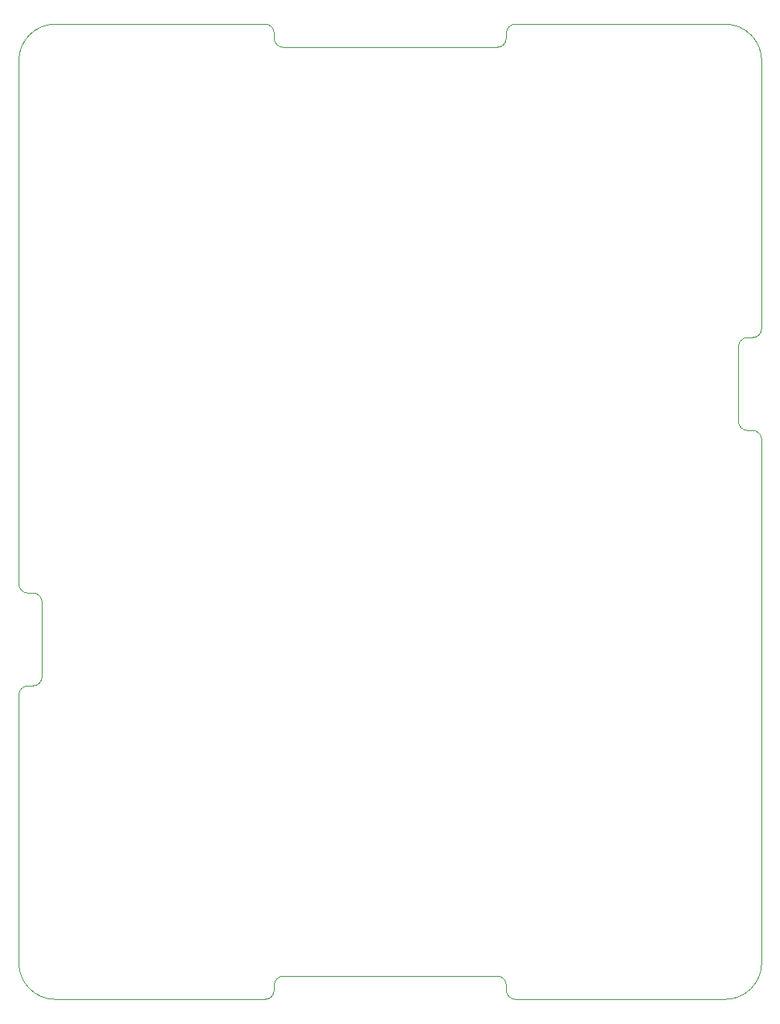
<source format=gbr>
%TF.GenerationSoftware,KiCad,Pcbnew,9.0.5*%
%TF.CreationDate,2025-11-08T13:27:31+01:00*%
%TF.ProjectId,BaseBoard,42617365-426f-4617-9264-2e6b69636164,v0.1*%
%TF.SameCoordinates,Original*%
%TF.FileFunction,Profile,NP*%
%FSLAX46Y46*%
G04 Gerber Fmt 4.6, Leading zero omitted, Abs format (unit mm)*
G04 Created by KiCad (PCBNEW 9.0.5) date 2025-11-08 13:27:31*
%MOMM*%
%LPD*%
G01*
G04 APERTURE LIST*
%TA.AperFunction,Profile*%
%ADD10C,0.050000*%
%TD*%
G04 APERTURE END LIST*
D10*
X122920000Y-81280000D02*
X123460000Y-81280000D01*
X148860000Y-125730000D02*
X125920000Y-125730000D01*
X174260000Y-123190000D02*
G75*
G02*
X175260000Y-124190000I0J-1000000D01*
G01*
X201660000Y-63500000D02*
G75*
G02*
X200660000Y-62500000I0J1000000D01*
G01*
X149860000Y-124190000D02*
X149860000Y-124730000D01*
X202200000Y-53340000D02*
X201660000Y-53340000D01*
X121920000Y-121730000D02*
X121920000Y-92440000D01*
X149860000Y-124730000D02*
G75*
G02*
X148860000Y-125730000I-1000000J0D01*
G01*
X149860000Y-20050000D02*
X149860000Y-20590000D01*
X122920000Y-81280000D02*
G75*
G02*
X121920000Y-80280000I0J1000000D01*
G01*
X149860000Y-124190000D02*
G75*
G02*
X150860000Y-123190000I1000000J0D01*
G01*
X124460000Y-90440000D02*
G75*
G02*
X123460000Y-91440000I-1000000J0D01*
G01*
X122920000Y-91440000D02*
X123460000Y-91440000D01*
X174260000Y-123190000D02*
X150860000Y-123190000D01*
X175260000Y-20590000D02*
G75*
G02*
X174260000Y-21590000I-1000000J0D01*
G01*
X150860000Y-21590000D02*
G75*
G02*
X149860000Y-20590000I0J1000000D01*
G01*
X203200000Y-64500000D02*
X203200000Y-121730000D01*
X124460000Y-90440000D02*
X124460000Y-82280000D01*
X148860000Y-19050000D02*
G75*
G02*
X149860000Y-20050000I0J-1000000D01*
G01*
X175260000Y-20050000D02*
G75*
G02*
X176260000Y-19050000I1000000J0D01*
G01*
X200660000Y-54340000D02*
G75*
G02*
X201660000Y-53340000I1000000J0D01*
G01*
X121920000Y-92440000D02*
G75*
G02*
X122920000Y-91440000I1000000J0D01*
G01*
X203200000Y-121730000D02*
G75*
G02*
X199200000Y-125730000I-4000000J0D01*
G01*
X123460000Y-81280000D02*
G75*
G02*
X124460000Y-82280000I0J-1000000D01*
G01*
X175260000Y-124730000D02*
X175260000Y-124190000D01*
X121920000Y-23050000D02*
G75*
G02*
X125920000Y-19050000I4000000J0D01*
G01*
X125920000Y-125730000D02*
G75*
G02*
X121920000Y-121730000I0J4000000D01*
G01*
X176260000Y-19050000D02*
X199200000Y-19050000D01*
X203200000Y-23050000D02*
X203200000Y-52340000D01*
X203200000Y-52340000D02*
G75*
G02*
X202200000Y-53340000I-1000000J0D01*
G01*
X175260000Y-20590000D02*
X175260000Y-20050000D01*
X201660000Y-63500000D02*
X202200000Y-63500000D01*
X202200000Y-63500000D02*
G75*
G02*
X203200000Y-64500000I0J-1000000D01*
G01*
X199200000Y-125730000D02*
X176260000Y-125730000D01*
X200660000Y-54340000D02*
X200660000Y-62500000D01*
X121920000Y-80280000D02*
X121920000Y-23050000D01*
X176260000Y-125730000D02*
G75*
G02*
X175260000Y-124730000I0J1000000D01*
G01*
X199200000Y-19050000D02*
G75*
G02*
X203200000Y-23050000I0J-4000000D01*
G01*
X150860000Y-21590000D02*
X174260000Y-21590000D01*
X125920000Y-19050000D02*
X148860000Y-19050000D01*
M02*

</source>
